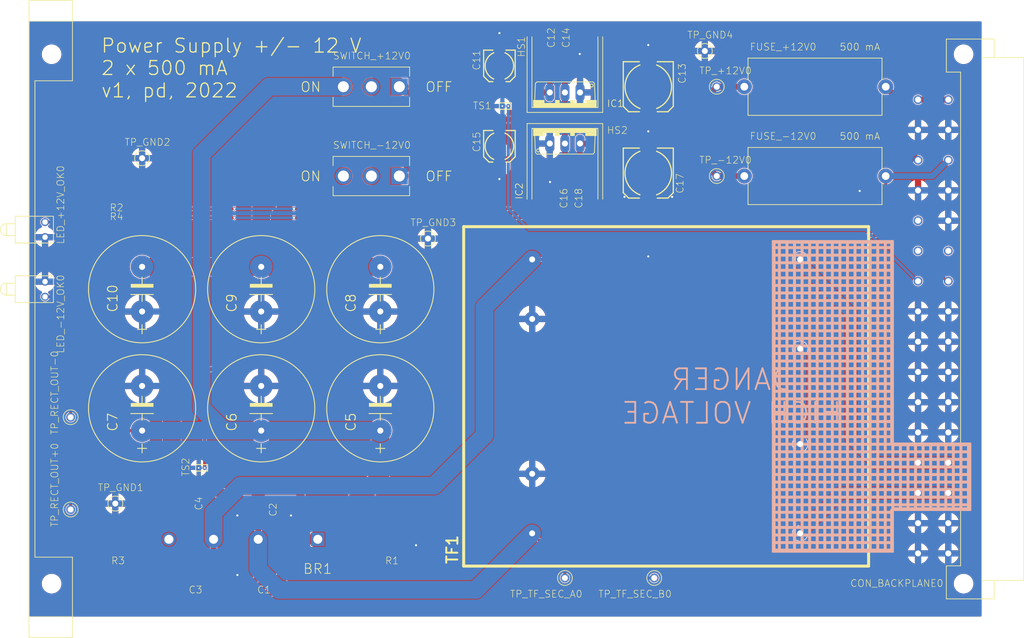
<source format=kicad_pcb>
(kicad_pcb (version 20241229) (generator "pcbnew") (generator_version "9.0")
  (layers (0 "F.Cu" signal) (2 "B.Cu" signal) (13 "F.Paste" user) (15 "B.Paste" user) (5 "F.SilkS" user "F.Silkscreen") (7 "B.SilkS" user "B.Silkscreen") (1 "F.Mask" user) (3 "B.Mask" user) (25 "Edge.Cuts" user))
  (net 0 "")
  (net 1 "GND")
  (net 2 "+5V")
  (net 3 "N")
  (net 4 "L")
  (net 5 "N$5")
  (net 6 "N$6")
  (net 7 "N$10")
  (net 8 "N$12")
  (net 9 "N$7")
  (net 10 "N$8")
  (net 11 "RECT_OUT+")
  (net 12 "RECT_OUT-")
  (net 13 "+12V")
  (net 14 "-12V")
  (net 15 "BITE_PS_12V_TS1")
  (net 16 "BITE_PS_12V_TS2")
  (net 17 "N$2")
  (net 18 "N$1")
  (net 19 "N$3")
  (net 20 "BITE_PS_5V_TS1")
  (net 21 "BITE_PS_+5V_CURRENT")
  (net 22 "BITE_PS_5V_TS2")
  (footprint "RSPRO-1MM-TERMINAL-POST-2622034_23908750" (layer "F.Cu") (at 158.5011 148.5036 180)
    (property "Reference" "TP_TF_SEC_A0" (at -3 -2 0) (layer "F.SilkS") (effects (font (size 1.176528 1.176528) (thickness 0.093472)) (justify right top)))
    (property "Value" "" (hide yes))
    (pad "P$1" thru_hole circle (at 0 0 180) (size 1.5 1.5) (drill 1) (layers "*.Cu" "*.Mask") (net 6 "N$6"))
  )
  (footprint "EEUHD1E103_33731490" (layer "F.Cu") (at 127.5011 100.0036 90)
    (property "Reference" "C8" (at -4 -4 90) (layer "F.SilkS") (effects (font (size 1.61798 1.61798) (thickness 0.16002)) (justify left bottom)))
    (property "Value" "10000u/25V")
    (pad "+" thru_hole circle (at -3.75 0 90) (size 3.81 3.81) (drill 1.016) (layers "*.Cu" "*.Mask") (net 1 "GND"))
    (pad "-" thru_hole circle (at 3.75 0 90) (size 3.81 3.81) (drill 1.016) (layers "*.Cu" "*.Mask") (net 12 "RECT_OUT-"))
  )
  (footprint "C1808_18640681" (layer "F.Cu") (at 107.0011 136.0036 90)
    (property "Reference" "C2" (at -2.233 3.173 90) (layer "F.SilkS") (effects (font (size 1.176528 1.176528) (thickness 0.093472)) (justify left bottom)))
    (property "Value" "10n/1kV")
    (pad "1" smd rect (at -1.95 0 90) (size 1.6 2.2) (layers "F.Cu" "F.Mask" "F.Paste") (net 6 "N$6"))
    (pad "2" smd rect (at 1.95 0 90) (size 1.6 2.2) (layers "F.Cu" "F.Mask" "F.Paste") (net 11 "RECT_OUT+"))
  )
  (footprint "153CLV-0505_18640681" (layer "F.Cu") (at 147.5011 62.5036 -90)
    (property "Reference" "C11" (at -2.74 4.52 90) (layer "F.SilkS") (effects (font (size 1.176528 1.176528) (thickness 0.093472)) (justify right top)))
    (property "Value" "22u/25V")
    (pad "+" smd rect (at 2.2 0 270) (size 3 1.6) (layers "F.Cu" "F.Mask" "F.Paste") (net 8 "N$12"))
    (pad "-" smd rect (at -2.2 0 270) (size 3 1.6) (layers "F.Cu" "F.Mask" "F.Paste") (net 1 "GND"))
  )
  (footprint "R0603_18640681" (layer "F.Cu") (at 80.0011 86.5036)
    (property "Reference" "R2" (at 2 0.5 0) (layer "F.SilkS") (effects (font (size 1.176528 1.176528) (thickness 0.093472)) (justify left bottom)))
    (property "Value" "680")
    (pad "1" smd rect (at -0.85 0) (size 1 1.1) (layers "F.Cu" "F.Mask" "F.Paste") (net 9 "N$7"))
    (pad "2" smd rect (at 0.85 0) (size 1 1.1) (layers "F.Cu" "F.Mask" "F.Paste") (net 13 "+12V"))
  )
  (footprint "GBJ610_24264370" (layer "F.Cu") (at 104.5011 142.0036 180)
    (property "Reference" "BR1" (at -15 -4 0) (layer "F.SilkS") (effects (font (size 1.647139 1.647139) (thickness 0.130861)) (justify right top)))
    (property "Value" "GBJ610")
    (pad "+" thru_hole rect (at -12.5 0 180) (size 2.27 2.27) (drill 1.51) (layers "*.Cu" "*.Mask") (net 11 "RECT_OUT+"))
    (pad "-" thru_hole circle (at 12.5 0 180) (size 2.27 2.27) (drill 1.51) (layers "*.Cu" "*.Mask") (net 12 "RECT_OUT-"))
    (pad "L" thru_hole circle (at -2.5 0 180) (size 2.27 2.27) (drill 1.51) (layers "*.Cu" "*.Mask") (net 6 "N$6"))
    (pad "N" thru_hole circle (at 5 0 180) (size 2.27 2.27) (drill 1.51) (layers "*.Cu" "*.Mask") (net 7 "N$10"))
  )
  (footprint "RSPRO-1MM-TERMINAL-POST-2622034_23908750" (layer "F.Cu") (at 135.5011 91.5036)
    (property "Reference" "TP_GND3" (at -3 -2 0) (layer "F.SilkS") (effects (font (size 1.176528 1.176528) (thickness 0.093472)) (justify left bottom)))
    (property "Value" "" (hide yes))
    (pad "P$1" thru_hole circle (at 0 0) (size 1.5 1.5) (drill 1) (layers "*.Cu" "*.Mask") (net 1 "GND"))
  )
  (footprint "C0603_18640681" (layer "F.Cu") (at 158.5011 81.0036 90)
    (property "Reference" "C16" (at -5.5 0.5 90) (layer "F.SilkS") (effects (font (size 1.176528 1.176528) (thickness 0.093472)) (justify left bottom)))
    (property "Value" "100n")
    (pad "1" smd rect (at -0.85 0 90) (size 1.1 1) (layers "F.Cu" "F.Mask" "F.Paste") (net 1 "GND"))
    (pad "2" smd rect (at 0.85 0 90) (size 1.1 1) (layers "F.Cu" "F.Mask" "F.Paste") (net 18 "N$1"))
  )
  (footprint "113-314-04_33630242" (layer "F.Cu") (at 71.2011 100.0036 -90)
    (property "Reference" "LED_-12V_OK0" (at -2.5 -3.3 90) (layer "F.SilkS") (effects (font (size 1.176528 1.176528) (thickness 0.093472)) (justify right bottom)))
    (property "Value" "113-314-04")
    (pad "+" thru_hole circle (at -1.27 0 270) (size 1.35 1.35) (drill 0.9) (layers "*.Cu" "*.Mask") (net 1 "GND"))
    (pad "-" thru_hole circle (at 1.27 0 270) (size 1.35 1.35) (drill 0.9) (layers "*.Cu" "*.Mask") (net 17 "N$2"))
  )
  (footprint "153CLV-0810_18640681" (layer "F.Cu") (at 172.5011 66.0036 -90)
    (property "Reference" "C13" (at -4 -5 90) (layer "F.SilkS") (effects (font (size 1.176528 1.176528) (thickness 0.093472)) (justify right top)))
    (property "Value" "100u/25V")
    (pad "+" smd rect (at 3.25 0 270) (size 3.5 2.5) (layers "F.Cu" "F.Mask" "F.Paste") (net 10 "N$8"))
    (pad "-" smd rect (at -3.25 0 270) (size 3.5 2.5) (layers "F.Cu" "F.Mask" "F.Paste") (net 1 "GND"))
  )
  (footprint "C1808_18640681" (layer "F.Cu") (at 99.5011 136.0036 -90)
    (property "Reference" "C4" (at -1.233 3.173 90) (layer "F.SilkS") (effects (font (size 1.176528 1.176528) (thickness 0.093472)) (justify right top)))
    (property "Value" "10n/1kV")
    (pad "1" smd rect (at -1.95 0 270) (size 1.6 2.2) (layers "F.Cu" "F.Mask" "F.Paste") (net 11 "RECT_OUT+"))
    (pad "2" smd rect (at 1.95 0 270) (size 1.6 2.2) (layers "F.Cu" "F.Mask" "F.Paste") (net 7 "N$10"))
  )
  (footprint "R2010_18640681" (layer "F.Cu") (at 127.5011 143.0036 180)
    (property "Reference" "R1" (at -3.175 -1.905 0) (layer "F.SilkS") (effects (font (size 1.176528 1.176528) (thickness 0.093472)) (justify right top)))
    (property "Value" "360/2W")
    (pad "1" smd rect (at -2.2 0 180) (size 1.8 2.7) (layers "F.Cu" "F.Mask" "F.Paste") (net 1 "GND"))
    (pad "2" smd rect (at 2.2 0 180) (size 1.8 2.7) (layers "F.Cu" "F.Mask" "F.Paste") (net 11 "RECT_OUT+"))
  )
  (footprint "C1808_18640681" (layer "F.Cu") (at 97.5011 148.0036)
    (property "Reference" "C3" (at -2.233 3.173 0) (layer "F.SilkS") (effects (font (size 1.176528 1.176528) (thickness 0.093472)) (justify left bottom)))
    (property "Value" "10n/1kV")
    (pad "1" smd rect (at -1.95 0) (size 1.6 2.2) (layers "F.Cu" "F.Mask" "F.Paste") (net 12 "RECT_OUT-"))
    (pad "2" smd rect (at 1.95 0) (size 1.6 2.2) (layers "F.Cu" "F.Mask" "F.Paste") (net 7 "N$10"))
  )
  (footprint "RSPRO-SPDT-SLIDE-SWITCH-7347334_23627966" (layer "F.Cu") (at 126.0011 81.0036 180)
    (property "Reference" "SWITCH_-12V0" (at 6.5 4.5 0) (layer "F.SilkS") (effects (font (size 1.176528 1.176528) (thickness 0.093472)) (justify left bottom)))
    (property "Value" "RSPRO-SPDT-SLIDE-SWITCH-7347334")
    (pad "1" thru_hole rect (at -4.7 0 180) (size 2.775 2.775) (drill 1.85) (layers "*.Cu" "*.Mask") (net 18 "N$1"))
    (pad "2" thru_hole circle (at 0 0 180) (size 2.775 2.775) (drill 1.85) (layers "*.Cu" "*.Mask") (net 18 "N$1"))
    (pad "3" thru_hole circle (at 4.7 0 180) (size 2.775 2.775) (drill 1.85) (layers "*.Cu" "*.Mask") (net 12 "RECT_OUT-"))
  )
  (footprint "EEUHD1E103_33731490" (layer "F.Cu") (at 107.5011 120.0036 90)
    (property "Reference" "C6" (at -4 -4 90) (layer "F.SilkS") (effects (font (size 1.61798 1.61798) (thickness 0.16002)) (justify left bottom)))
    (property "Value" "10000u/25V")
    (pad "+" thru_hole circle (at -3.75 0 90) (size 3.81 3.81) (drill 1.016) (layers "*.Cu" "*.Mask") (net 11 "RECT_OUT+"))
    (pad "-" thru_hole circle (at 3.75 0 90) (size 3.81 3.81) (drill 1.016) (layers "*.Cu" "*.Mask") (net 1 "GND"))
  )
  (footprint "NB-PTCO-160_24346792" (layer "F.Cu") (at 148.5011 69.2536 180)
    (property "Reference" "TS1" (at 2.25 0.75 0) (layer "F.SilkS") (effects (font (size 1.176528 1.176528) (thickness 0.093472)) (justify right top)))
    (property "Value" "NB-PTCO-160")
    (pad "1" thru_hole circle (at -0.5 0 180) (size 0.7112 0.7112) (drill 0.275) (layers "*.Cu" "*.Mask") (net 15 "BITE_PS_12V_TS1"))
    (pad "2" thru_hole circle (at 0.5 0 180) (size 0.7112 0.7112) (drill 0.275) (layers "*.Cu" "*.Mask") (net 1 "GND"))
  )
  (footprint "EEUHD1E103_33731490" (layer "F.Cu") (at 87.5011 120.0036 90)
    (property "Reference" "C7" (at -4 -4 90) (layer "F.SilkS") (effects (font (size 1.61798 1.61798) (thickness 0.16002)) (justify left bottom)))
    (property "Value" "10000u/25V")
    (pad "+" thru_hole circle (at -3.75 0 90) (size 3.81 3.81) (drill 1.016) (layers "*.Cu" "*.Mask") (net 11 "RECT_OUT+"))
    (pad "-" thru_hole circle (at 3.75 0 90) (size 3.81 3.81) (drill 1.016) (layers "*.Cu" "*.Mask") (net 1 "GND"))
  )
  (footprint "RSPRO-1MM-TERMINAL-POST-2622034_23908750" (layer "F.Cu") (at 182.0011 60.0036)
    (property "Reference" "TP_GND4" (at -3 -2 0) (layer "F.SilkS") (effects (font (size 1.176528 1.176528) (thickness 0.093472)) (justify left bottom)))
    (property "Value" "" (hide yes))
    (pad "P$1" thru_hole circle (at 0 0) (size 1.5 1.5) (drill 1) (layers "*.Cu" "*.Mask") (net 1 "GND"))
  )
  (footprint "C0603_18640681" (layer "F.Cu") (at 158.5011 61.5036 90)
    (property "Reference" "C14" (at 5.5 -0.5 90) (layer "F.SilkS") (effects (font (size 1.176528 1.176528) (thickness 0.093472)) (justify right top)))
    (property "Value" "100n")
    (pad "1" smd rect (at -0.85 0 90) (size 1.1 1) (layers "F.Cu" "F.Mask" "F.Paste") (net 10 "N$8"))
    (pad "2" smd rect (at 0.85 0 90) (size 1.1 1) (layers "F.Cu" "F.Mask" "F.Paste") (net 1 "GND"))
  )
  (footprint "RSPRO-1MM-TERMINAL-POST-2622034_23908750" (layer "F.Cu") (at 75.5011 121.5036 90)
    (property "Reference" "TP_RECT_OUT-0" (at -3 -2 90) (layer "F.SilkS") (effects (font (size 1.176528 1.176528) (thickness 0.093472)) (justify left bottom)))
    (property "Value" "" (hide yes))
    (pad "P$1" thru_hole circle (at 0 0 90) (size 1.5 1.5) (drill 1) (layers "*.Cu" "*.Mask") (net 12 "RECT_OUT-"))
  )
  (footprint "C0603_18640681" (layer "F.Cu") (at 161.0011 81.0036 90)
    (property "Reference" "C18" (at -5.5 0.5 90) (layer "F.SilkS") (effects (font (size 1.176528 1.176528) (thickness 0.093472)) (justify left bottom)))
    (property "Value" "100n")
    (pad "1" smd rect (at -0.85 0 90) (size 1.1 1) (layers "F.Cu" "F.Mask" "F.Paste") (net 1 "GND"))
    (pad "2" smd rect (at 0.85 0 90) (size 1.1 1) (layers "F.Cu" "F.Mask" "F.Paste") (net 19 "N$3"))
  )
  (footprint "LM1085IT-12_33765943" (layer "F.Cu") (at 158.5011 69.5036 180)
    (property "Reference" "IC1" (at -7 0 0) (layer "F.SilkS") (effects (font (size 1.1557 1.1557) (thickness 0.1143)) (justify left bottom)))
    (property "Value" "LM1085IT-12")
    (pad "1" thru_hole oval (at -2.54 2.54 270) (size 3.048 1.524) (drill 1.016) (layers "*.Cu" "*.Mask") (net 1 "GND"))
    (pad "2" thru_hole oval (at 0 2.54 270) (size 3.048 1.524) (drill 1.016) (layers "*.Cu" "*.Mask") (net 10 "N$8"))
    (pad "3" thru_hole oval (at 2.54 2.54 270) (size 3.048 1.524) (drill 1.016) (layers "*.Cu" "*.Mask") (net 8 "N$12"))
  )
  (footprint "FL_24-12_33729599" (layer "F.Cu") (at 175.5011 118.0036 180)
    (property "Reference" "TF1" (at 34.82 -28.32 90) (layer "F.SilkS") (effects (font (size 1.861983 1.861983) (thickness 0.322417)) (justify left bottom)))
    (property "Value" "FL 24/12")
    (pad "P1A" thru_hole circle (at -22.5 -23 180) (size 2.5 2.5) (drill 1) (layers "*.Cu" "*.Mask") (net 4 "L"))
    (pad "P1B" thru_hole circle (at -22.5 -8 180) (size 2.5 2.5) (drill 1) (layers "*.Cu" "*.Mask") (net 5 "N$5"))
    (pad "P2A" thru_hole circle (at -22.5 8 180) (size 2.5 2.5) (drill 1) (layers "*.Cu" "*.Mask") (net 5 "N$5"))
    (pad "P2B" thru_hole circle (at -22.5 23 180) (size 2.5 2.5) (drill 1) (layers "*.Cu" "*.Mask") (net 3 "N"))
    (pad "S1A" thru_hole circle (at 22.5 -23 180) (size 2.5 2.5) (drill 1) (layers "*.Cu" "*.Mask") (net 6 "N$6"))
    (pad "S1B" thru_hole circle (at 22.5 -13 180) (size 2.5 2.5) (drill 1) (layers "*.Cu" "*.Mask") (net 1 "GND"))
    (pad "S2A" thru_hole circle (at 22.5 13 180) (size 2.5 2.5) (drill 1) (layers "*.Cu" "*.Mask") (net 1 "GND"))
    (pad "S2B" thru_hole circle (at 22.5 23 180) (size 2.5 2.5) (drill 1) (layers "*.Cu" "*.Mask") (net 7 "N$10"))
  )
  (footprint "C1808_18640681" (layer "F.Cu") (at 109.0011 148.0036)
    (property "Reference" "C1" (at -2.233 3.173 0) (layer "F.SilkS") (effects (font (size 1.176528 1.176528) (thickness 0.093472)) (justify left bottom)))
    (property "Value" "10n/1kV")
    (pad "1" smd rect (at -1.95 0) (size 1.6 2.2) (layers "F.Cu" "F.Mask" "F.Paste") (net 6 "N$6"))
    (pad "2" smd rect (at 1.95 0) (size 1.6 2.2) (layers "F.Cu" "F.Mask" "F.Paste") (net 12 "RECT_OUT-"))
  )
  (footprint "153CLV-0505_18640681" (layer "F.Cu") (at 147.5011 76.0036 -90)
    (property "Reference" "C15" (at -2.5 4.5 90) (layer "F.SilkS") (effects (font (size 1.176528 1.176528) (thickness 0.093472)) (justify right top)))
    (property "Value" "22u/25V")
    (pad "+" smd rect (at 2.2 0 270) (size 3 1.6) (layers "F.Cu" "F.Mask" "F.Paste") (net 1 "GND"))
    (pad "-" smd rect (at -2.2 0 270) (size 3 1.6) (layers "F.Cu" "F.Mask" "F.Paste") (net 18 "N$1"))
  )
  (footprint "RSPRO-1MM-TERMINAL-POST-2622034_23908750" (layer "F.Cu") (at 87.5011 78.0036)
    (property "Reference" "TP_GND2" (at -3 -2 0) (layer "F.SilkS") (effects (font (size 1.176528 1.176528) (thickness 0.093472)) (justify left bottom)))
    (property "Value" "" (hide yes))
    (pad "P$1" thru_hole circle (at 0 0) (size 1.5 1.5) (drill 1) (layers "*.Cu" "*.Mask") (net 1 "GND"))
  )
  (footprint "60807-011_33573280" (layer "F.Cu") (at 72.3011 105.0036)
    (property "Reference" "PCB_BRACKET0" (hide yes))
    (property "Value" "60807-011" (hide yes))
    (pad "" np_thru_hole circle (at 0 -44.45) (size 2.8 2.8) (drill 2.8) (layers "*.Cu" "*.Mask"))
    (pad "" np_thru_hole circle (at 0 44.45) (size 2.8 2.8) (drill 2.8) (layers "*.Cu" "*.Mask"))
  )
  (footprint "153CLV-0810_18640681" (layer "F.Cu") (at 172.5011 80.5036 -90)
    (property "Reference" "C17" (at 3.5 -6 90) (layer "F.SilkS") (effects (font (size 1.176528 1.176528) (thickness 0.093472)) (justify left bottom)))
    (property "Value" "100u/25V")
    (pad "+" smd rect (at 3.25 0 270) (size 3.5 2.5) (layers "F.Cu" "F.Mask" "F.Paste") (net 1 "GND"))
    (pad "-" smd rect (at -3.25 0 270) (size 3.5 2.5) (layers "F.Cu" "F.Mask" "F.Paste") (net 19 "N$3"))
  )
  (footprint "FK_237_SA_220_O_33584193" (layer "F.Cu") (at 158.5011 69.5036 180)
    (property "Reference" "HS1" (at 8 12 90) (layer "F.SilkS") (effects (font (size 1.176528 1.176528) (thickness 0.093472)) (justify right top)))
    (property "Value" "FK 237 SA 220 O")
  )
  (footprint "RSPRO-1MM-TERMINAL-POST-2622034_23908750" (layer "F.Cu") (at 173.5011 148.5036 180)
    (property "Reference" "TP_TF_SEC_B0" (at -3 -2 0) (layer "F.SilkS") (effects (font (size 1.176528 1.176528) (thickness 0.093472)) (justify right top)))
    (property "Value" "" (hide yes))
    (pad "P$1" thru_hole circle (at 0 0 180) (size 1.5 1.5) (drill 1) (layers "*.Cu" "*.Mask") (net 7 "N$10"))
  )
  (footprint "113-314-04_33630242" (layer "F.Cu") (at 71.2011 90.0036 -90)
    (property "Reference" "LED_+12V_OK0" (at 2.5 -3.3 90) (layer "F.SilkS") (effects (font (size 1.176528 1.176528) (thickness 0.093472)) (justify left bottom)))
    (property "Value" "113-314-04")
    (pad "+" thru_hole circle (at -1.27 0 270) (size 1.35 1.35) (drill 0.9) (layers "*.Cu" "*.Mask") (net 9 "N$7"))
    (pad "-" thru_hole circle (at 1.27 0 270) (size 1.35 1.35) (drill 0.9) (layers "*.Cu" "*.Mask") (net 1 "GND"))
  )
  (footprint "0031.8201_24323731" (layer "F.Cu") (at 200.5011 81.0036)
    (property "Reference" "FUSE_-12V0" (at -11 -6 0) (layer "F.SilkS") (effects (font (size 1.177908 1.177908) (thickness 0.093582)) (justify left bottom)))
    (property "Value" "0031.8201")
    (pad "1" thru_hole circle (at -11.875 0) (size 2.54 2.54) (drill 1.3) (layers "*.Cu" "*.Mask") (net 19 "N$3"))
    (pad "2" thru_hole circle (at 11.875 0) (size 2.54 2.54) (drill 1.3) (layers "*.Cu" "*.Mask") (net 14 "-12V"))
  )
  (footprint "RSPRO-SPDT-SLIDE-SWITCH-7347334_23627966" (layer "F.Cu") (at 126.0011 66.0036 180)
    (property "Reference" "SWITCH_+12V0" (at 6.5 4.5 0) (layer "F.SilkS") (effects (font (size 1.176528 1.176528) (thickness 0.093472)) (justify left bottom)))
    (property "Value" "RSPRO-SPDT-SLIDE-SWITCH-7347334")
    (pad "1" thru_hole rect (at -4.7 0 180) (size 2.775 2.775) (drill 1.85) (layers "*.Cu" "*.Mask") (net 8 "N$12"))
    (pad "2" thru_hole circle (at 0 0 180) (size 2.775 2.775) (drill 1.85) (layers "*.Cu" "*.Mask") (net 8 "N$12"))
    (pad "3" thru_hole circle (at 4.7 0 180) (size 2.775 2.775) (drill 1.85) (layers "*.Cu" "*.Mask") (net 11 "RECT_OUT+"))
  )
  (footprint "EEUHD1E103_33731490" (layer "F.Cu") (at 127.5011 120.0036 90)
    (property "Reference" "C5" (at -4 -4 90) (layer "F.SilkS") (effects (font (size 1.61798 1.61798) (thickness 0.16002)) (justify left bottom)))
    (property "Value" "10000u/25V")
    (pad "+" thru_hole circle (at -3.75 0 90) (size 3.81 3.81) (drill 1.016) (layers "*.Cu" "*.Mask") (net 11 "RECT_OUT+"))
    (pad "-" thru_hole circle (at 3.75 0 90) (size 3.81 3.81) (drill 1.016) (layers "*.Cu" "*.Mask") (net 1 "GND"))
  )
  (footprint "RSPRO-1MM-TERMINAL-POST-2622034_23908750" (layer "F.Cu") (at 83.0011 136.0036)
    (property "Reference" "TP_GND1" (at -3 -2 0) (layer "F.SilkS") (effects (font (size 1.176528 1.176528) (thickness 0.093472)) (justify left bottom)))
    (property "Value" "" (hide yes))
    (pad "P$1" thru_hole circle (at 0 0) (size 1.5 1.5) (drill 1) (layers "*.Cu" "*.Mask") (net 1 "GND"))
  )
  (footprint "09031326921_33573412" (layer "F.Cu") (at 228.5011 105.0036 90)
    (property "Reference" "CON_BACKPLANE0" (at -45.08 -22.14 0) (layer "F.SilkS") (effects (font (size 1.176528 1.176528) (thickness 0.093472)) (justify left bottom)))
    (property "Value" "09031326921")
    (pad "" np_thru_hole circle (at -44.45 -3.05 90) (size 2.8 2.8) (drill 2.8) (layers "*.Cu" "*.Mask"))
    (pad "" np_thru_hole circle (at 44.45 -3.05 90) (size 2.8 2.8) (drill 2.8) (layers "*.Cu" "*.Mask"))
    (pad "1" thru_hole circle (at 36.83 -10.7 90) (size 1.5 1.5) (drill 1) (layers "*.Cu" "*.Mask") (net 2 "+5V"))
    (pad "2" thru_hole circle (at 36.83 -5.62 90) (size 1.5 1.5) (drill 1) (layers "*.Cu" "*.Mask") (net 2 "+5V"))
    (pad "3" thru_hole circle (at 31.75 -10.7 90) (size 1.5 1.5) (drill 1) (layers "*.Cu" "*.Mask") (net 1 "GND"))
    (pad "4" thru_hole circle (at 31.75 -5.62 90) (size 1.5 1.5) (drill 1) (layers "*.Cu" "*.Mask") (net 1 "GND"))
    (pad "5" thru_hole circle (at 26.67 -10.7 90) (size 1.5 1.5) (drill 1) (layers "*.Cu" "*.Mask") (net 13 "+12V"))
    (pad "6" thru_hole circle (at 26.67 -5.62 90) (size 1.5 1.5) (drill 1) (layers "*.Cu" "*.Mask") (net 14 "-12V"))
    (pad "7" thru_hole circle (at 21.59 -10.7 90) (size 1.5 1.5) (drill 1) (layers "*.Cu" "*.Mask") (net 1 "GND"))
    (pad "8" thru_hole circle (at 21.59 -5.62 90) (size 1.5 1.5) (drill 1) (layers "*.Cu" "*.Mask") (net 1 "GND"))
    (pad "9" thru_hole circle (at 16.51 -10.7 90) (size 1.5 1.5) (drill 1) (layers "*.Cu" "*.Mask") (net 21 "BITE_PS_+5V_CURRENT"))
    (pad "10" thru_hole circle (at 16.51 -5.62 90) (size 1.5 1.5) (drill 1) (layers "*.Cu" "*.Mask") (net 1 "GND"))
    (pad "11" thru_hole circle (at 11.43 -10.7 90) (size 1.5 1.5) (drill 1) (layers "*.Cu" "*.Mask") (net 20 "BITE_PS_5V_TS1"))
    (pad "12" thru_hole circle (at 11.43 -5.62 90) (size 1.5 1.5) (drill 1) (layers "*.Cu" "*.Mask") (net 22 "BITE_PS_5V_TS2"))
    (pad "13" thru_hole circle (at 6.35 -10.7 90) (size 1.5 1.5) (drill 1) (layers "*.Cu" "*.Mask") (net 15 "BITE_PS_12V_TS1"))
    (pad "14" thru_hole circle (at 6.35 -5.62 90) (size 1.5 1.5) (drill 1) (layers "*.Cu" "*.Mask") (net 16 "BITE_PS_12V_TS2"))
    (pad "15" thru_hole circle (at 1.27 -10.7 90) (size 1.5 1.5) (drill 1) (layers "*.Cu" "*.Mask") (net 1 "GND"))
    (pad "16" thru_hole circle (at 1.27 -5.62 90) (size 1.5 1.5) (drill 1) (layers "*.Cu" "*.Mask") (net 1 "GND"))
    (pad "17" thru_hole circle (at -3.81 -10.7 90) (size 1.5 1.5) (drill 1) (layers "*.Cu" "*.Mask") (net 1 "GND"))
    (pad "18" thru_hole circle (at -3.81 -5.62 90) (size 1.5 1.5) (drill 1) (layers "*.Cu" "*.Mask") (net 1 "GND"))
    (pad "19" thru_hole circle (at -8.89 -10.7 90) (size 1.5 1.5) (drill 1) (layers "*.Cu" "*.Mask") (net 1 "GND"))
    (pad "20" thru_hole circle (at -8.89 -5.62 90) (size 1.5 1.5) (drill 1) (layers "*.Cu" "*.Mask") (net 1 "GND"))
    (pad "21" thru_hole circle (at -13.97 -10.7 90) (size 1.5 1.5) (drill 1) (layers "*.Cu" "*.Mask") (net 1 "GND"))
    (pad "22" thru_hole circle (at -13.97 -5.62 90) (size 1.5 1.5) (drill 1) (layers "*.Cu" "*.Mask") (net 1 "GND"))
    (pad "23" thru_hole circle (at -19.05 -10.7 90) (size 1.5 1.5) (drill 1) (layers "*.Cu" "*.Mask") (net 1 "GND"))
    (pad "24" thru_hole circle (at -19.05 -5.62 90) (size 1.5 1.5) (drill 1) (layers "*.Cu" "*.Mask") (net 1 "GND"))
    (pad "25" thru_hole circle (at -24.13 -10.7 90) (size 1.5 1.5) (drill 1) (layers "*.Cu" "*.Mask") (net 3 "N"))
    (pad "26" thru_hole circle (at -24.13 -5.62 90) (size 1.5 1.5) (drill 1) (layers "*.Cu" "*.Mask") (net 3 "N"))
    (pad "27" thru_hole circle (at -29.21 -10.7 90) (size 1.5 1.5) (drill 1) (layers "*.Cu" "*.Mask") (net 4 "L"))
    (pad "28" thru_hole circle (at -29.21 -5.62 90) (size 1.5 1.5) (drill 1) (layers "*.Cu" "*.Mask") (net 4 "L"))
    (pad "29" thru_hole circle (at -34.29 -10.7 90) (size 1.5 1.5) (drill 1) (layers "*.Cu" "*.Mask") (net 1 "GND"))
    (pad "30" thru_hole circle (at -34.29 -5.62 90) (size 1.5 1.5) (drill 1) (layers "*.Cu" "*.Mask") (net 1 "GND"))
    (pad "31" thru_hole circle (at -39.37 -10.7 90) (size 1.5 1.5) (drill 1) (layers "*.Cu" "*.Mask") (net 1 "GND"))
    (pad "32" thru_hole circle (at -39.37 -5.62 90) (size 1.5 1.5) (drill 1) (layers "*.Cu" "*.Mask") (net 1 "GND"))
  )
  (footprint "C0603_18640681" (layer "F.Cu") (at 156.0011 61.5036 90)
    (property "Reference" "C12" (at 5.5 -0.5 90) (layer "F.SilkS") (effects (font (size 1.176528 1.176528) (thickness 0.093472)) (justify right top)))
    (property "Value" "100n")
    (pad "1" smd rect (at -0.85 0 90) (size 1.1 1) (layers "F.Cu" "F.Mask" "F.Paste") (net 8 "N$12"))
    (pad "2" smd rect (at 0.85 0 90) (size 1.1 1) (layers "F.Cu" "F.Mask" "F.Paste") (net 1 "GND"))
  )
  (footprint "RSPRO-1MM-TERMINAL-POST-2622034_23908750" (layer "F.Cu") (at 75.5011 137.0036 90)
    (property "Reference" "TP_RECT_OUT+0" (at -3 -2 90) (layer "F.SilkS") (effects (font (size 1.176528 1.176528) (thickness 0.093472)) (justify left bottom)))
    (property "Value" "" (hide yes))
    (pad "P$1" thru_hole circle (at 0 0 90) (size 1.5 1.5) (drill 1) (layers "*.Cu" "*.Mask") (net 11 "RECT_OUT+"))
  )
  (footprint "LM2990T-12_33765966" (layer "F.Cu") (at 158.5011 73.0036)
    (property "Reference" "IC2" (at -7 12 90) (layer "F.SilkS") (effects (font (size 1.1557 1.1557) (thickness 0.1143)) (justify left bottom)))
    (property "Value" "LM2990T-12")
    (pad "1" thru_hole oval (at -2.54 2.54 90) (size 3.048 1.524) (drill 1.016) (layers "*.Cu" "*.Mask") (net 1 "GND"))
    (pad "2" thru_hole oval (at 0 2.54 90) (size 3.048 1.524) (drill 1.016) (layers "*.Cu" "*.Mask") (net 18 "N$1"))
    (pad "3" thru_hole oval (at 2.54 2.54 90) (size 3.048 1.524) (drill 1.016) (layers "*.Cu" "*.Mask") (net 19 "N$3"))
  )
  (footprint "FK_237_SA_220_O_33584193" (layer "F.Cu") (at 158.5011 73.0036)
    (property "Reference" "HS2" (at 7 1 0) (layer "F.SilkS") (effects (font (size 1.176528 1.176528) (thickness 0.093472)) (justify left bottom)))
    (property "Value" "FK 237 SA 220 O")
  )
  (footprint "EEUHD1E103_33731490" (layer "F.Cu") (at 107.5011 100.0036 90)
    (property "Reference" "C9" (at -4 -4 90) (layer "F.SilkS") (effects (font (size 1.61798 1.61798) (thickness 0.16002)) (justify left bottom)))
    (property "Value" "10000u/25V")
    (pad "+" thru_hole circle (at -3.75 0 90) (size 3.81 3.81) (drill 1.016) (layers "*.Cu" "*.Mask") (net 1 "GND"))
    (pad "-" thru_hole circle (at 3.75 0 90) (size 3.81 3.81) (drill 1.016) (layers "*.Cu" "*.Mask") (net 12 "RECT_OUT-"))
  )
  (footprint "R0603_18640681" (layer "F.Cu") (at 80.0011 88.0036 180)
    (property "Reference" "R4" (at -2 -0.5 0) (layer "F.SilkS") (effects (font (size 1.176528 1.176528) (thickness 0.093472)) (justify left bottom)))
    (property "Value" "680")
    (pad "1" smd rect (at -0.85 0 180) (size 1 1.1) (layers "F.Cu" "F.Mask" "F.Paste") (net 14 "-12V"))
    (pad "2" smd rect (at 0.85 0 180) (size 1 1.1) (layers "F.Cu" "F.Mask" "F.Paste") (net 17 "N$2"))
  )
  (footprint "EEUHD1E103_33731490" (layer "F.Cu") (at 87.5011 100.0036 90)
    (property "Reference" "C10" (at -4 -4 90) (layer "F.SilkS") (effects (font (size 1.61798 1.61798) (thickness 0.16002)) (justify left bottom)))
    (property "Value" "10000u/25V")
    (pad "+" thru_hole circle (at -3.75 0 90) (size 3.81 3.81) (drill 1.016) (layers "*.Cu" "*.Mask") (net 1 "GND"))
    (pad "-" thru_hole circle (at 3.75 0 90) (size 3.81 3.81) (drill 1.016) (layers "*.Cu" "*.Mask") (net 12 "RECT_OUT-"))
  )
  (footprint "NB-PTCO-160_24346792" (layer "F.Cu") (at 97.5011 130.0036 180)
    (property "Reference" "TS2" (at 2 -1.5 90) (layer "F.SilkS") (effects (font (size 1.176528 1.176528) (thickness 0.093472)) (justify left bottom)))
    (property "Value" "NB-PTCO-160")
    (pad "1" thru_hole circle (at -0.5 0 180) (size 0.7112 0.7112) (drill 0.275) (layers "*.Cu" "*.Mask") (net 16 "BITE_PS_12V_TS2"))
    (pad "2" thru_hole circle (at 0.5 0 180) (size 0.7112 0.7112) (drill 0.275) (layers "*.Cu" "*.Mask") (net 1 "GND"))
  )
  (footprint "0031.8201_24323731" (layer "F.Cu") (at 200.5011 66.0036)
    (property "Reference" "FUSE_+12V0" (at -11 -6 0) (layer "F.SilkS") (effects (font (size 1.177908 1.177908) (thickness 0.093582)) (justify left bottom)))
    (property "Value" "0031.8201")
    (pad "1" thru_hole circle (at -11.875 0) (size 2.54 2.54) (drill 1.3) (layers "*.Cu" "*.Mask") (net 10 "N$8"))
    (pad "2" thru_hole circle (at 11.875 0) (size 2.54 2.54) (drill 1.3) (layers "*.Cu" "*.Mask") (net 13 "+12V"))
  )
  (footprint "RSPRO-1MM-TERMINAL-POST-2622034_23908750" (layer "F.Cu") (at 184.0011 81.0036)
    (property "Reference" "TP_-12V0" (at -3 -2 0) (layer "F.SilkS") (effects (font (size 1.176528 1.176528) (thickness 0.093472)) (justify left bottom)))
    (property "Value" "" (hide yes))
    (pad "P$1" thru_hole circle (at 0 0) (size 1.5 1.5) (drill 1) (layers "*.Cu" "*.Mask") (net 19 "N$3"))
  )
  (footprint "R2010_18640681" (layer "F.Cu") (at 81.5011 143.0036 180)
    (property "Reference" "R3" (at -3.175 -1.905 0) (layer "F.SilkS") (effects (font (size 1.176528 1.176528) (thickness 0.093472)) (justify right top)))
    (property "Value" "360/2W")
    (pad "1" smd rect (at -2.2 0 180) (size 1.8 2.7) (layers "F.Cu" "F.Mask" "F.Paste") (net 12 "RECT_OUT-"))
    (pad "2" smd rect (at 2.2 0 180) (size 1.8 2.7) (layers "F.Cu" "F.Mask" "F.Paste") (net 1 "GND"))
  )
  (footprint "RSPRO-1MM-TERMINAL-POST-2622034_23908750" (layer "F.Cu") (at 184.0011 66.0036)
    (property "Reference" "TP_+12V0" (at -3 -2 0) (layer "F.SilkS") (effects (font (size 1.176528 1.176528) (thickness 0.093472)) (justify left bottom)))
    (property "Value" "" (hide yes))
    (pad "P$1" thru_hole circle (at 0 0) (size 1.5 1.5) (drill 1) (layers "*.Cu" "*.Mask") (net 10 "N$8"))
  )
  (gr_line (start 68.5011 55.0036) (end 68.5011 155.0036) (stroke (width 0.05)) (layer "Edge.Cuts"))
  (gr_line (start 228.5011 155.0036) (end 228.5011 55.0036) (stroke (width 0.05)) (layer "Edge.Cuts"))
  (gr_line (start 68.5011 155.0036) (end 228.5011 155.0036) (stroke (width 0.05)) (layer "Edge.Cuts"))
  (gr_line (start 68.5011 55.0036) (end 228.5011 55.0036) (stroke (width 0.05)) (layer "Edge.Cuts"))
  (gr_text "OFF" (at 135.0011 82.0036 0) (layer "F.SilkS") (effects (font (size 1.63576 1.63576) (thickness 0.14224)) (justify left bottom)))
  (gr_text "ON" (at 114.0011 67.0036 0) (layer "F.SilkS") (effects (font (size 1.63576 1.63576) (thickness 0.14224)) (justify left bottom)))
  (gr_text "Power Supply +/- 12 V\n2 x 500 mA\nv1, pd, 2022" (at 80.5011 68.0036 0) (layer "F.SilkS") (effects (font (size 2.3368 2.3368) (thickness 0.2032)) (justify left bottom)))
  (gr_text "500 mA" (at 211.5011 60.0036 0) (layer "F.SilkS") (effects (font (size 1.1684 1.1684) (thickness 0.1016)) (justify right bottom)))
  (gr_text "500 mA" (at 211.5011 75.0036 0) (layer "F.SilkS") (effects (font (size 1.1684 1.1684) (thickness 0.1016)) (justify right bottom)))
  (gr_text "ON" (at 114.0011 82.0036 0) (layer "F.SilkS") (effects (font (size 1.63576 1.63576) (thickness 0.14224)) (justify left bottom)))
  (gr_text "OFF" (at 135.0011 67.0036 0) (layer "F.SilkS") (effects (font (size 1.63576 1.63576) (thickness 0.14224)) (justify left bottom)))
  (gr_text "DANGER\nHIGH VOLTAGE" (at 186.5011 118.0036 0) (layer "B.SilkS") (effects (font (size 3.5052 3.5052) (thickness 0.3048)) (justify mirror)))
  (via (at 103.5011 148.0036) (size 0.5024) (drill 0.35) (layers "F.Cu" "B.Cu") (net 1))
  (via (at 172.5011 94.5036) (size 0.5024) (drill 0.35) (layers "F.Cu" "B.Cu") (net 1))
  (via (at 156.0011 82.0036) (size 0.5024) (drill 0.35) (layers "F.Cu" "B.Cu") (net 1))
  (via (at 168.5011 84.5036) (size 0.5024) (drill 0.35) (layers "F.Cu" "B.Cu") (net 1))
  (via (at 172.5011 59.0036) (size 0.5024) (drill 0.35) (layers "F.Cu" "B.Cu") (net 1))
  (via (at 133.5011 143.0036) (size 0.5024) (drill 0.35) (layers "F.Cu" "B.Cu") (net 1))
  (via (at 208.0011 83.5036) (size 0.5024) (drill 0.35) (layers "F.Cu" "B.Cu") (net 1))
  (via (at 103.5011 138.0036) (size 0.5024) (drill 0.35) (layers "F.Cu" "B.Cu") (net 1))
  (via (at 176.5011 84.5036) (size 0.5024) (drill 0.35) (layers "F.Cu" "B.Cu") (net 1))
  (via (at 112.5011 138.0036) (size 0.5024) (drill 0.35) (layers "F.Cu" "B.Cu") (net 1))
  (via (at 172.5011 73.5036) (size 0.5024) (drill 0.35) (layers "F.Cu" "B.Cu") (net 1))
  (via (at 147.5011 81.5036) (size 0.5024) (drill 0.35) (layers "F.Cu" "B.Cu") (net 1))
  (via (at 147.5011 57.0036) (size 0.5024) (drill 0.35) (layers "F.Cu" "B.Cu") (net 1))
  (via (at 161.0011 60.5036) (size 0.5024) (drill 0.35) (layers "F.Cu" "B.Cu") (net 1))
  (segment (start 217.8011 68.1736) (end 222.8811 68.1736) (width 1) (layer "F.Cu") (net 2))
  (segment (start 206.5011 125.0036) (end 206.5011 104.0036) (width 2) (layer "B.Cu") (net 3))
  (segment (start 217.8011 129.1336) (end 210.6311 129.1336) (width 2) (layer "B.Cu") (net 3))
  (segment (start 222.8811 129.1336) (end 217.8011 129.1336) (width 2) (layer "B.Cu") (net 3))
  (segment (start 198.0011 95.5036) (end 198.0011 95.0036) (width 2) (layer "B.Cu") (net 3))
  (segment (start 210.6311 129.1336) (end 206.5011 125.0036) (width 2) (layer "B.Cu") (net 3))
  (segment (start 206.5011 104.0036) (end 198.0011 95.5036) (width 2) (layer "B.Cu") (net 3))
  (segment (start 222.8811 134.2136) (end 217.8011 134.2136) (width 2) (layer "B.Cu") (net 4))
  (segment (start 217.8011 134.2136) (end 204.7911 134.2136) (width 2) (layer "B.Cu") (net 4))
  (segment (start 204.7911 134.2136) (end 198.0011 141.0036) (width 2) (layer "B.Cu") (net 4))
  (segment (start 198.0011 126.0036) (end 198.0011 110.0036) (width 2) (layer "B.Cu") (net 5))
  (segment (start 158.5011 146.5036) (end 158.5011 148.5036) (width 0.5) (layer "F.Cu") (net 6))
  (segment (start 107.0011 137.9536) (end 107.0011 142.0036) (width 1) (layer "F.Cu") (net 6))
  (segment (start 107.0511 148.0036) (end 107.0011 147.9536) (width 1) (layer "F.Cu") (net 6))
  (segment (start 107.0011 147.9536) (end 107.0011 142.0036) (width 1) (layer "F.Cu") (net 6))
  (segment (start 153.0011 141.0036) (end 158.5011 146.5036) (width 0.5) (layer "F.Cu") (net 6))
  (segment (start 110.5011 150.5036) (end 107.0011 147.0036) (width 3) (layer "B.Cu") (net 6))
  (segment (start 143.5011 150.5036) (end 110.5011 150.5036) (width 3) (layer "B.Cu") (net 6))
  (segment (start 107.0011 147.0036) (end 107.0011 142.0036) (width 3) (layer "B.Cu") (net 6))
  (segment (start 153.0011 141.0036) (end 143.5011 150.5036) (width 3) (layer "B.Cu") (net 6))
  (segment (start 158.0011 97.5036) (end 155.5011 95.0036) (width 0.5) (layer "F.Cu") (net 7))
  (segment (start 99.5011 142.0036) (end 99.5011 147.9536) (width 1) (layer "F.Cu") (net 7))
  (segment (start 99.5011 147.9536) (end 99.4511 148.0036) (width 1) (layer "F.Cu") (net 7))
  (segment (start 173.5011 148.5036) (end 171.0011 148.5036) (width 0.5) (layer "F.Cu") (net 7))
  (segment (start 99.5011 142.0036) (end 99.5011 137.9536) (width 1) (layer "F.Cu") (net 7))
  (segment (start 171.0011 148.5036) (end 158.0011 135.5036) (width 0.5) (layer "F.Cu") (net 7))
  (segment (start 158.0011 97.5036) (end 158.0011 135.5036) (width 0.5) (layer "F.Cu") (net 7))
  (segment (start 155.5011 95.0036) (end 153.0011 95.0036) (width 0.5) (layer "F.Cu") (net 7))
  (segment (start 104.0011 133.0036) (end 99.5011 137.5036) (width 3) (layer "B.Cu") (net 7))
  (segment (start 153.0011 95.0036) (end 145.0011 103.0036) (width 3) (layer "B.Cu") (net 7))
  (segment (start 145.0011 103.0036) (end 145.0011 124.5036) (width 3) (layer "B.Cu") (net 7))
  (segment (start 99.5011 137.5036) (end 99.5011 142.0036) (width 3) (layer "B.Cu") (net 7))
  (segment (start 136.5011 133.0036) (end 104.0011 133.0036) (width 3) (layer "B.Cu") (net 7))
  (segment (start 145.0011 124.5036) (end 136.5011 133.0036) (width 3) (layer "B.Cu") (net 7))
  (segment (start 156.0011 66.9236) (end 155.9611 66.9636) (width 1) (layer "F.Cu") (net 8))
  (segment (start 131.6611 66.9636) (end 130.7011 66.0036) (width 1) (layer "F.Cu") (net 8))
  (segment (start 147.5011 64.7036) (end 147.5011 66.9636) (width 1) (layer "F.Cu") (net 8))
  (segment (start 147.5011 66.9636) (end 131.6611 66.9636) (width 1) (layer "F.Cu") (net 8))
  (segment (start 126.0011 66.0036) (end 130.7011 66.0036) (width 3) (layer "F.Cu") (net 8))
  (segment (start 155.9611 66.9636) (end 147.5011 66.9636) (width 1) (layer "F.Cu") (net 8))
  (segment (start 156.0011 62.3536) (end 156.0011 66.9236) (width 1) (layer "F.Cu") (net 8))
  (segment (start 76.9311 86.5036) (end 79.1511 86.5036) (width 0.5) (layer "F.Cu") (net 9))
  (segment (start 76.9311 86.5036) (end 74.7011 88.7336) (width 0.5) (layer "F.Cu") (net 9))
  (segment (start 71.2011 88.7336) (end 74.7011 88.7336) (width 0.5) (layer "F.Cu") (net 9))
  (segment (start 184.0011 66.0036) (end 179.0011 71.0036) (width 1) (layer "F.Cu") (net 10))
  (segment (start 172.5011 69.2536) (end 172.5011 71.0036) (width 1) (layer "F.Cu") (net 10))
  (segment (start 158.5011 62.3536) (end 158.5011 66.9636) (width 1) (layer "F.Cu") (net 10))
  (segment (start 172.5011 71.0036) (end 160.5011 71.0036) (width 1) (layer "F.Cu") (net 10))
  (segment (start 179.0011 71.0036) (end 172.5011 71.0036) (width 1) (layer "F.Cu") (net 10))
  (segment (start 160.5011 71.0036) (end 158.5011 69.0036) (width 1) (layer "F.Cu") (net 10))
  (segment (start 158.5011 69.0036) (end 158.5011 66.9636) (width 1) (layer "F.Cu") (net 10))
  (segment (start 188.6261 66.0036) (end 184.0011 66.0036) (width 1) (layer "F.Cu") (net 10))
  (segment (start 99.5011 134.0536) (end 107.0011 134.0536) (width 1) (layer "F.Cu") (net 11))
  (segment (start 82.5011 123.7536) (end 87.5011 123.7536) (width 0.5) (layer "F.Cu") (net 11))
  (segment (start 117.0011 137.5036) (end 117.0011 142.0036) (width 1) (layer "F.Cu") (net 11))
  (segment (start 107.0011 134.0536) (end 113.5511 134.0536) (width 1) (layer "F.Cu") (net 11))
  (segment (start 113.5511 134.0536) (end 117.0011 137.5036) (width 1) (layer "F.Cu") (net 11))
  (segment (start 125.3011 143.0036) (end 118.0011 143.0036) (width 2) (layer "F.Cu") (net 11))
  (segment (start 127.5011 131.5036) (end 127.5011 123.7536) (width 3) (layer "F.Cu") (net 11))
  (segment (start 82.5011 123.7536) (end 75.5011 130.7536) (width 0.5) (layer "F.Cu") (net 11))
  (segment (start 117.0011 142.0036) (end 127.5011 131.5036) (width 3) (layer "F.Cu") (net 11))
  (segment (start 118.0011 143.0036) (end 117.0011 142.0036) (width 2) (layer "F.Cu") (net 11))
  (segment (start 75.5011 137.0036) (end 75.5011 130.7536) (width 0.5) (layer "F.Cu") (net 11))
  (segment (start 108.8011 66.0036) (end 97.5011 77.3036) (width 3) (layer "B.Cu") (net 11))
  (segment (start 97.5011 120.0036) (end 101.2511 123.7536) (width 3) (layer "B.Cu") (net 11))
  (segment (start 121.3011 66.0036) (end 108.8011 66.0036) (width 3) (layer "B.Cu") (net 11))
  (segment (start 127.5011 123.7536) (end 107.5011 123.7536) (width 3) (layer "B.Cu") (net 11))
  (segment (start 87.5011 123.7536) (end 107.5011 123.7536) (width 3) (layer "B.Cu") (net 11))
  (segment (start 101.2511 123.7536) (end 107.5011 123.7536) (width 3) (layer "B.Cu") (net 11))
  (segment (start 97.5011 77.3036) (end 97.5011 120.0036) (width 3) (layer "B.Cu") (net 11))
  (segment (start 127.5011 96.2536) (end 107.5011 96.2536) (width 3) (layer "F.Cu") (net 12))
  (segment (start 92.5011 110.0036) (end 92.5011 96.2536) (width 3) (layer "F.Cu") (net 12))
  (segment (start 110.5011 151.0036) (end 96.0011 151.0036) (width 1) (layer "F.Cu") (net 12))
  (segment (start 92.5011 141.5036) (end 92.5011 110.0036) (width 3) (layer "F.Cu") (net 12))
  (segment (start 92.5011 96.2536) (end 107.5011 96.2536) (width 3) (layer "F.Cu") (net 12))
  (segment (start 82.5011 110.0036) (end 75.5011 117.0036) (width 0.5) (layer "F.Cu") (net 12))
  (segment (start 96.0011 151.0036) (end 95.5511 150.5536) (width 1) (layer "F.Cu") (net 12))
  (segment (start 121.3011 81.0036) (end 113.0011 81.0036) (width 3) (layer "F.Cu") (net 12))
  (segment (start 95.5511 148.0036) (end 95.5511 150.5536) (width 1) (layer "F.Cu") (net 12))
  (segment (start 82.5011 110.0036) (end 92.5011 110.0036) (width 0.5) (layer "F.Cu") (net 12))
  (segment (start 113.0011 81.0036) (end 107.5011 86.5036) (width 3) (layer "F.Cu") (net 12))
  (segment (start 91.0011 143.0036) (end 92.0011 142.0036) (width 2) (layer "F.Cu") (net 12))
  (segment (start 92.0011 144.4536) (end 92.0011 142.0036) (width 1) (layer "F.Cu") (net 12))
  (segment (start 83.7011 143.0036) (end 91.0011 143.0036) (width 2) (layer "F.Cu") (net 12))
  (segment (start 87.5011 96.2536) (end 92.5011 96.2536) (width 3) (layer "F.Cu") (net 12))
  (segment (start 107.5011 86.5036) (end 107.5011 96.2536) (width 3) (layer "F.Cu") (net 12))
  (segment (start 92.0011 142.0036) (end 92.5011 141.5036) (width 3) (layer "F.Cu") (net 12))
  (segment (start 110.9511 148.0036) (end 110.9511 150.5536) (width 1) (layer "F.Cu") (net 12))
  (segment (start 110.9511 150.5536) (end 110.5011 151.0036) (width 1) (layer "F.Cu") (net 12))
  (segment (start 95.5511 148.0036) (end 92.0011 144.4536) (width 1) (layer "F.Cu") (net 12))
  (segment (start 75.5011 121.5036) (end 75.5011 117.0036) (width 0.5) (layer "F.Cu") (net 12))
  (segment (start 201.0011 86.5036) (end 209.1711 78.3336) (width 0.5) (layer "F.Cu") (net 13))
  (segment (start 113.0011 86.5036) (end 201.0011 86.5036) (width 0.5) (layer "F.Cu") (net 13))
  (segment (start 209.1711 78.3336) (end 217.8011 78.3336) (width 0.5) (layer "F.Cu") (net 13))
  (segment (start 103.0011 86.5036) (end 80.8511 86.5036) (width 0.5) (layer "F.Cu") (net 13))
  (segment (start 214.5011 68.1286) (end 214.5011 75.0336) (width 1) (layer "F.Cu") (net 13))
  (segment (start 212.3761 66.0036) (end 214.5011 68.1286) (width 1) (layer "F.Cu") (net 13))
  (segment (start 214.5011 75.0336) (end 217.8011 78.3336) (width 1) (layer "F.Cu") (net 13))
  (via (at 103.0011 86.5036) (size 0.5024) (drill 0.35) (layers "F.Cu" "B.Cu") (net 13))
  (via (at 113.0011 86.5036) (size 0.5024) (drill 0.35) (layers "F.Cu" "B.Cu") (net 13))
  (segment (start 113.0011 86.5036) (end 103.0011 86.5036) (width 0.5) (layer "B.Cu") (net 13))
  (segment (start 208.0011 88.0036) (end 212.3761 83.6286) (width 0.5) (layer "F.Cu") (net 14))
  (segment (start 212.3761 83.6286) (end 212.3761 81.0036) (width 0.5) (layer "F.Cu") (net 14))
  (segment (start 113.0011 88.0036) (end 208.0011 88.0036) (width 0.5) (layer "F.Cu") (net 14))
  (segment (start 80.8511 88.0036) (end 103.0011 88.0036) (width 0.5) (layer "F.Cu") (net 14))
  (via (at 103.0011 88.0036) (size 0.5024) (drill 0.35) (layers "F.Cu" "B.Cu") (net 14))
  (via (at 113.0011 88.0036) (size 0.5024) (drill 0.35) (layers "F.Cu" "B.Cu") (net 14))
  (segment (start 103.0011 88.0036) (end 113.0011 88.0036) (width 0.5) (layer "B.Cu") (net 14))
  (segment (start 212.3761 81.0036) (end 220.2111 81.0036) (width 1) (layer "B.Cu") (net 14))
  (segment (start 220.2111 81.0036) (end 222.8811 78.3336) (width 1) (layer "B.Cu") (net 14))
  (segment (start 209.0011 90.0036) (end 217.6511 98.6536) (width 0.5) (layer "B.Cu") (net 15))
  (segment (start 152.5011 90.0036) (end 209.0011 90.0036) (width 0.5) (layer "B.Cu") (net 15))
  (segment (start 149.0011 69.2536) (end 149.0011 86.5036) (width 0.5) (layer "B.Cu") (net 15))
  (segment (start 149.0011 86.5036) (end 152.5011 90.0036) (width 0.5) (layer "B.Cu") (net 15))
  (segment (start 217.6511 98.6536) (end 217.8011 98.6536) (width 0.5) (layer "B.Cu") (net 15))
  (segment (start 220.5011 96.5036) (end 222.6511 98.6536) (width 0.5) (layer "F.Cu") (net 16))
  (segment (start 222.6511 98.6536) (end 222.8811 98.6536) (width 0.5) (layer "F.Cu") (net 16))
  (segment (start 98.0011 114.5036) (end 102.5011 110.0036) (width 0.5) (layer "F.Cu") (net 16))
  (segment (start 144.0011 91.0036) (end 219.0011 91.0036) (width 0.5) (layer "F.Cu") (net 16))
  (segment (start 102.5011 110.0036) (end 135.0011 110.0036) (width 0.5) (layer "F.Cu") (net 16))
  (segment (start 98.0011 130.0036) (end 98.0011 114.5036) (width 0.5) (layer "F.Cu") (net 16))
  (segment (start 220.5011 92.5036) (end 220.5011 96.5036) (width 0.5) (layer "F.Cu") (net 16))
  (segment (start 135.0011 110.0036) (end 139.5011 105.5036) (width 0.5) (layer "F.Cu") (net 16))
  (segment (start 139.5011 95.5036) (end 144.0011 91.0036) (width 0.5) (layer "F.Cu") (net 16))
  (segment (start 219.0011 91.0036) (end 220.5011 92.5036) (width 0.5) (layer "F.Cu") (net 16))
  (segment (start 139.5011 105.5036) (end 139.5011 95.5036) (width 0.5) (layer "F.Cu") (net 16))
  (segment (start 73.2311 101.2736) (end 75.5011 99.0036) (width 0.5) (layer "F.Cu") (net 17))
  (segment (start 71.2011 101.2736) (end 73.2311 101.2736) (width 0.5) (layer "F.Cu") (net 17))
  (segment (start 75.5011 99.0036) (end 75.5011 90.0036) (width 0.5) (layer "F.Cu") (net 17))
  (segment (start 77.5011 88.0036) (end 79.1511 88.0036) (width 0.5) (layer "F.Cu") (net 17))
  (segment (start 75.5011 90.0036) (end 77.5011 88.0036) (width 0.5) (layer "F.Cu") (net 17))
  (segment (start 158.5011 80.1536) (end 158.5011 75.5436) (width 1) (layer "F.Cu") (net 18))
  (segment (start 140.2011 71.5036) (end 130.7011 81.0036) (width 1) (layer "F.Cu") (net 18))
  (segment (start 126.0011 81.0036) (end 130.7011 81.0036) (width 3) (layer "F.Cu") (net 18))
  (segment (start 147.5011 71.5036) (end 140.2011 71.5036) (width 1) (layer "F.Cu") (net 18))
  (segment (start 147.5011 73.8036) (end 147.5011 71.5036) (width 1) (layer "F.Cu") (net 18))
  (segment (start 158.5011 75.5436) (end 158.5011 73.5036) (width 1) (layer "F.Cu") (net 18))
  (segment (start 156.5011 71.5036) (end 147.5011 71.5036) (width 1) (layer "F.Cu") (net 18))
  (segment (start 158.5011 73.5036) (end 156.5011 71.5036) (width 1) (layer "F.Cu") (net 18))
  (segment (start 188.6261 81.0036) (end 184.0011 81.0036) (width 1) (layer "F.Cu") (net 19))
  (segment (start 172.5011 77.2536) (end 172.5011 75.5836) (width 1) (layer "F.Cu") (net 19))
  (segment (start 161.0011 80.1536) (end 161.0011 75.5836) (width 1) (layer "F.Cu") (net 19))
  (segment (start 184.0011 81.0036) (end 178.5811 75.5836) (width 1) (layer "F.Cu") (net 19))
  (segment (start 178.5811 75.5836) (end 172.5011 75.5836) (width 1) (layer "F.Cu") (net 19))
  (segment (start 172.5011 75.5836) (end 161.0011 75.5836) (width 1) (layer "F.Cu") (net 19))
  (segment (start 161.0011 75.5836) (end 161.0411 75.5436) (width 1) (layer "F.Cu") (net 19))
  (zone (net 1) (net_name "GND") (layer "F.Cu") (priority 6) (connect_pads (clearance 0.000001)) (min_thickness 0.5) (fill yes (thermal_gap 1.05) (thermal_bridge_width 1.05))
    (polygon (pts (xy 229.0011 155.5036) (xy 68.0011 155.5036) (xy 68.0011 54.5036) (xy 229.0011 54.5036)))
  )
  (zone (net 1) (net_name "GND") (layer "B.Cu") (priority 6) (connect_pads (clearance 0.000001)) (min_thickness 0.5) (fill yes (thermal_gap 1.05) (thermal_bridge_width 1.05))
    (polygon (pts (xy 229.0011 155.5036) (xy 68.0011 155.5036) (xy 68.0011 54.5036) (xy 229.0011 54.5036)))
  )
  (zone (net 0) (net_name "") (layer "B.SilkS") (priority 6) (connect_pads (clearance 0.000001)) (min_thickness 0.25) (fill yes (mode hatch) (thermal_gap 0.55) (thermal_bridge_width 0.55) (hatch_thickness 0.5) (hatch_gap 0.77) (hatch_orientation 0) (hatch_border_algorithm hatch_thickness) (hatch_min_hole_area 0.3))
    (polygon (pts (xy 213.7511 125.7536) (xy 226.7511 125.7536) (xy 226.7511 137.2536) (xy 213.7511 137.2536) (xy 213.7511 144.2536) (xy 193.2511 144.2536) (xy 193.2511 91.7536) (xy 213.7511 91.7536)))
  )
)
</source>
